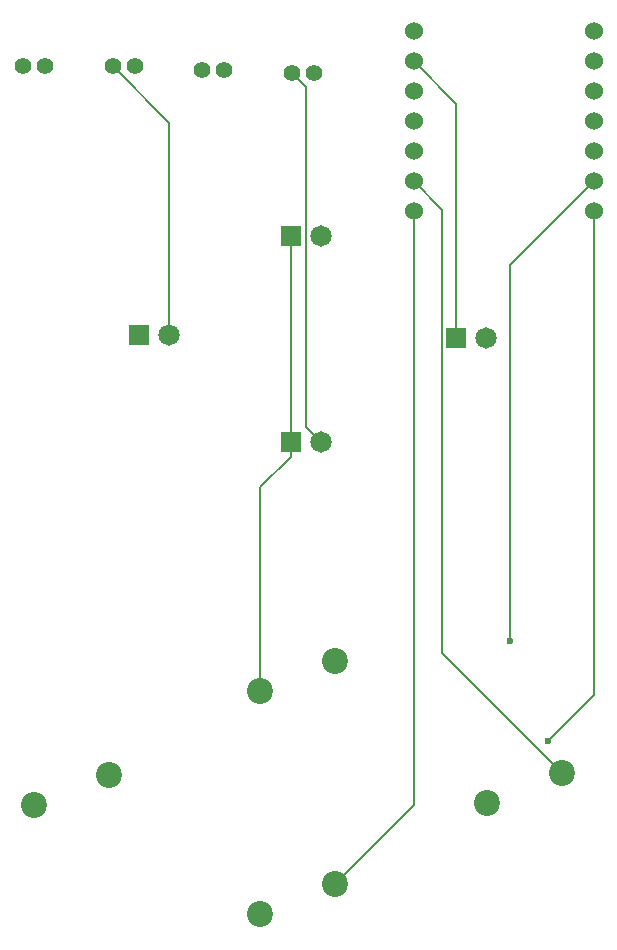
<source format=gbr>
%TF.GenerationSoftware,KiCad,Pcbnew,9.0.2*%
%TF.CreationDate,2025-07-04T19:57:48+05:30*%
%TF.ProjectId,clackade,636c6163-6b61-4646-952e-6b696361645f,rev?*%
%TF.SameCoordinates,Original*%
%TF.FileFunction,Copper,L1,Top*%
%TF.FilePolarity,Positive*%
%FSLAX46Y46*%
G04 Gerber Fmt 4.6, Leading zero omitted, Abs format (unit mm)*
G04 Created by KiCad (PCBNEW 9.0.2) date 2025-07-04 19:57:48*
%MOMM*%
%LPD*%
G01*
G04 APERTURE LIST*
%TA.AperFunction,ComponentPad*%
%ADD10C,1.815000*%
%TD*%
%TA.AperFunction,ComponentPad*%
%ADD11R,1.815000X1.815000*%
%TD*%
%TA.AperFunction,ComponentPad*%
%ADD12C,1.400000*%
%TD*%
%TA.AperFunction,ComponentPad*%
%ADD13C,2.200000*%
%TD*%
%TA.AperFunction,ComponentPad*%
%ADD14C,1.524000*%
%TD*%
%TA.AperFunction,ViaPad*%
%ADD15C,0.600000*%
%TD*%
%TA.AperFunction,Conductor*%
%ADD16C,0.200000*%
%TD*%
G04 APERTURE END LIST*
D10*
%TO.P,D4,A*%
%TO.N,Net-(D4-PadA)*%
X99141000Y-98839000D03*
D11*
%TO.P,D4,C*%
%TO.N,GND*%
X96601000Y-98839000D03*
%TD*%
D12*
%TO.P,R1,1*%
%TO.N,LED1*%
X75805000Y-67000000D03*
%TO.P,R1,2*%
%TO.N,Net-(D1-PadA)*%
X73905000Y-67000000D03*
%TD*%
D13*
%TO.P,SW4,1,1*%
%TO.N,SW4*%
X100292700Y-136262200D03*
%TO.P,SW4,2,2*%
%TO.N,GND*%
X93942700Y-138802200D03*
%TD*%
%TO.P,SW2,1,1*%
%TO.N,SW2*%
X81192700Y-127042200D03*
%TO.P,SW2,2,2*%
%TO.N,GND*%
X74842700Y-129582200D03*
%TD*%
D12*
%TO.P,R4,1*%
%TO.N,LED4*%
X98562200Y-67542700D03*
%TO.P,R4,2*%
%TO.N,Net-(D4-PadA)*%
X96662200Y-67542700D03*
%TD*%
%TO.P,R3,1*%
%TO.N,LED3*%
X90962200Y-67342700D03*
%TO.P,R3,2*%
%TO.N,Net-(D3-PadA)*%
X89062200Y-67342700D03*
%TD*%
D10*
%TO.P,D1,A*%
%TO.N,Net-(D1-PadA)*%
X99141000Y-81339000D03*
D11*
%TO.P,D1,C*%
%TO.N,GND*%
X96601000Y-81339000D03*
%TD*%
D10*
%TO.P,D2,A*%
%TO.N,Net-(D2-PadA)*%
X86271000Y-89739000D03*
D11*
%TO.P,D2,C*%
%TO.N,GND*%
X83731000Y-89739000D03*
%TD*%
D10*
%TO.P,D3,A*%
%TO.N,Net-(D3-PadA)*%
X113141000Y-90039000D03*
D11*
%TO.P,D3,C*%
%TO.N,GND*%
X110601000Y-90039000D03*
%TD*%
D13*
%TO.P,SW3,1,1*%
%TO.N,SW3*%
X119502700Y-126802200D03*
%TO.P,SW3,2,2*%
%TO.N,GND*%
X113152700Y-129342200D03*
%TD*%
%TO.P,SW1,1,1*%
%TO.N,SW1*%
X100352700Y-117342200D03*
%TO.P,SW1,2,2*%
%TO.N,GND*%
X94002700Y-119882200D03*
%TD*%
D12*
%TO.P,R2,1*%
%TO.N,LED2*%
X83405000Y-67000000D03*
%TO.P,R2,2*%
%TO.N,Net-(D2-PadA)*%
X81505000Y-67000000D03*
%TD*%
D14*
%TO.P,U1,1,GPIO26/ADC0/A0*%
%TO.N,LED1*%
X122220000Y-64048500D03*
%TO.P,U1,2,GPIO27/ADC1/A1*%
%TO.N,LED2*%
X122220000Y-66588500D03*
%TO.P,U1,3,GPIO28/ADC2/A2*%
%TO.N,LED3*%
X122220000Y-69128500D03*
%TO.P,U1,4,GPIO29/ADC3/A3*%
%TO.N,LED4*%
X122220000Y-71668500D03*
%TO.P,U1,5,GPIO6/SDA*%
%TO.N,unconnected-(U1-GPIO6{slash}SDA-Pad5)*%
X122220000Y-74208500D03*
%TO.P,U1,6,GPIO7/SCL*%
%TO.N,SW1*%
X122220000Y-76748500D03*
%TO.P,U1,7,GPIO0/TX*%
%TO.N,SW2*%
X122220000Y-79288500D03*
%TO.P,U1,8,GPIO1/RX*%
%TO.N,SW4*%
X106980000Y-79288500D03*
%TO.P,U1,9,GPIO2/SCK*%
%TO.N,SW3*%
X106980000Y-76748500D03*
%TO.P,U1,10,GPIO4/MISO*%
%TO.N,unconnected-(U1-GPIO4{slash}MISO-Pad10)*%
X106980000Y-74208500D03*
%TO.P,U1,11,GPIO3/MOSI*%
%TO.N,unconnected-(U1-GPIO3{slash}MOSI-Pad11)*%
X106980000Y-71668500D03*
%TO.P,U1,12,3V3*%
%TO.N,unconnected-(U1-3V3-Pad12)*%
X106980000Y-69128500D03*
%TO.P,U1,13,GND*%
%TO.N,GND*%
X106980000Y-66588500D03*
%TO.P,U1,14,VBUS*%
%TO.N,unconnected-(U1-VBUS-Pad14)*%
X106980000Y-64048500D03*
%TD*%
D15*
%TO.N,SW1*%
X115151200Y-115620300D03*
%TO.N,SW2*%
X118323100Y-124135000D03*
%TD*%
D16*
%TO.N,GND*%
X110601000Y-70209500D02*
X110601000Y-90039000D01*
X94002700Y-119882200D02*
X94002700Y-102646500D01*
X106980000Y-66588500D02*
X110601000Y-70209500D01*
X94002700Y-102646500D02*
X96601000Y-100048200D01*
X96601000Y-98839000D02*
X96601000Y-100048200D01*
X96601000Y-81339000D02*
X96601000Y-98839000D01*
%TO.N,Net-(D2-PadA)*%
X86271000Y-89739000D02*
X86271000Y-71766000D01*
X86271000Y-71766000D02*
X81505000Y-67000000D01*
%TO.N,Net-(D4-PadA)*%
X97870900Y-97568900D02*
X99141000Y-98839000D01*
X96662200Y-67542700D02*
X97870900Y-68751400D01*
X97870900Y-68751400D02*
X97870900Y-97568900D01*
%TO.N,SW1*%
X115151200Y-83817300D02*
X115151200Y-115620300D01*
X122220000Y-76748500D02*
X115151200Y-83817300D01*
%TO.N,SW2*%
X122220000Y-120238100D02*
X118323100Y-124135000D01*
X122220000Y-120238100D02*
X122220000Y-79288500D01*
X118323100Y-124135000D02*
X122220000Y-120238100D01*
X118323100Y-124135000D02*
X122220000Y-120238100D01*
%TO.N,SW3*%
X106980000Y-76748500D02*
X109364300Y-79132800D01*
X109364300Y-116663800D02*
X119502700Y-126802200D01*
X109364300Y-79132800D02*
X109364300Y-116663800D01*
%TO.N,SW4*%
X100292700Y-136262200D02*
X106980000Y-129574900D01*
X106980000Y-129574900D02*
X106980000Y-79288500D01*
%TD*%
M02*

</source>
